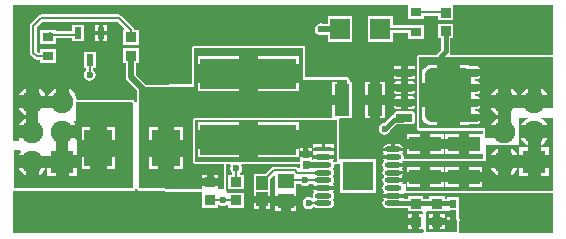
<source format=gtl>
G04*
G04 #@! TF.GenerationSoftware,Altium Limited,Altium Designer,19.1.6 (110)*
G04*
G04 Layer_Physical_Order=1*
G04 Layer_Color=255*
%FSLAX43Y43*%
%MOMM*%
G71*
G01*
G75*
%ADD14C,0.200*%
G04:AMPARAMS|DCode=35|XSize=4.52mm|YSize=3.85mm|CornerRadius=0.481mm|HoleSize=0mm|Usage=FLASHONLY|Rotation=90.000|XOffset=0mm|YOffset=0mm|HoleType=Round|Shape=RoundedRectangle|*
%AMROUNDEDRECTD35*
21,1,4.520,2.888,0,0,90.0*
21,1,3.558,3.850,0,0,90.0*
1,1,0.963,1.444,1.779*
1,1,0.963,1.444,-1.779*
1,1,0.963,-1.444,-1.779*
1,1,0.963,-1.444,1.779*
%
%ADD35ROUNDEDRECTD35*%
G04:AMPARAMS|DCode=36|XSize=0.71mm|YSize=1.372mm|CornerRadius=0.089mm|HoleSize=0mm|Usage=FLASHONLY|Rotation=90.000|XOffset=0mm|YOffset=0mm|HoleType=Round|Shape=RoundedRectangle|*
%AMROUNDEDRECTD36*
21,1,0.710,1.195,0,0,90.0*
21,1,0.532,1.372,0,0,90.0*
1,1,0.178,0.597,0.266*
1,1,0.178,0.597,-0.266*
1,1,0.178,-0.597,-0.266*
1,1,0.178,-0.597,0.266*
%
%ADD36ROUNDEDRECTD36*%
%ADD37R,1.372X0.710*%
%ADD38R,8.200X2.600*%
%ADD39R,1.700X1.800*%
%ADD40R,0.950X0.800*%
%ADD41R,0.900X0.850*%
%ADD42R,1.300X2.700*%
%ADD43R,0.600X1.000*%
%ADD44R,2.450X3.150*%
%ADD45R,0.620X0.660*%
%ADD46R,2.700X1.300*%
%ADD47R,1.400X0.450*%
%ADD48O,1.400X0.450*%
%ADD49R,2.660X2.460*%
%ADD50R,1.400X1.200*%
%ADD51R,1.000X1.150*%
%ADD52C,1.000*%
%ADD53C,0.500*%
%ADD54C,0.381*%
%ADD55C,1.900*%
%ADD56R,1.900X1.900*%
%ADD57C,0.600*%
G36*
X45945Y15444D02*
X45855Y15354D01*
X43400Y15354D01*
X37275D01*
X37233Y15403D01*
X37207Y15481D01*
X37218Y15498D01*
X37248Y15650D01*
Y16750D01*
X37500D01*
Y18000D01*
X36200D01*
Y16750D01*
X36452D01*
Y15815D01*
X35991Y15354D01*
X34600D01*
X34522Y15338D01*
X34456Y15294D01*
X34412Y15228D01*
X34396Y15150D01*
X34396Y9148D01*
X34412Y9070D01*
X34456Y9004D01*
X34522Y8960D01*
X34600Y8944D01*
X39996D01*
Y8748D01*
X39925Y8650D01*
X39869Y8650D01*
X38805D01*
Y7800D01*
Y6950D01*
X39919D01*
X39925Y6950D01*
X40046Y6936D01*
Y6554D01*
X33379D01*
X33299Y6652D01*
X33308Y6700D01*
X33275Y6866D01*
X33235Y6927D01*
X33190Y7025D01*
X33235Y7123D01*
X33275Y7184D01*
X33276Y7185D01*
X32400D01*
X31524D01*
X31525Y7184D01*
X31565Y7123D01*
X31610Y7025D01*
X31565Y6927D01*
X31525Y6866D01*
X31524Y6865D01*
X32400D01*
Y6535D01*
X31524D01*
X31525Y6534D01*
X31619Y6394D01*
Y6356D01*
X31525Y6216D01*
X31492Y6050D01*
X31525Y5884D01*
X31565Y5823D01*
X31610Y5725D01*
X31565Y5627D01*
X31525Y5566D01*
X31492Y5400D01*
X31525Y5234D01*
X31619Y5094D01*
Y5056D01*
X31525Y4916D01*
X31492Y4750D01*
X31525Y4584D01*
X31619Y4444D01*
Y4406D01*
X31525Y4266D01*
X31492Y4100D01*
X31525Y3934D01*
X31619Y3794D01*
Y3756D01*
X31525Y3616D01*
X31524Y3615D01*
X32400D01*
X33297D01*
X33333Y3653D01*
X33381Y3685D01*
X33450Y3671D01*
X45945D01*
Y255D01*
X38074D01*
X38016Y325D01*
X38016Y1265D01*
X38106Y1355D01*
X38146D01*
X38228Y1437D01*
X38094Y1414D01*
X38050Y1459D01*
X37985Y1524D01*
Y2235D01*
Y3295D01*
X36965D01*
Y3181D01*
X36750D01*
Y3400D01*
X35450D01*
Y3181D01*
X34950D01*
Y3400D01*
X33650D01*
Y3198D01*
X33359D01*
X33307Y3285D01*
X32400D01*
X31524D01*
X31525Y3284D01*
X31619Y3144D01*
Y3106D01*
X31525Y2966D01*
X31492Y2800D01*
X31525Y2634D01*
X31619Y2494D01*
X31759Y2400D01*
X31925Y2367D01*
X32875D01*
X33041Y2400D01*
X33044Y2402D01*
X33650D01*
Y2150D01*
X34859D01*
X34878Y2143D01*
X34947Y2084D01*
X34952Y1951D01*
X34844Y1850D01*
X34600D01*
Y1225D01*
X34300D01*
D01*
X34600D01*
Y600D01*
X34950D01*
X34971Y482D01*
X34971Y382D01*
X34873Y255D01*
X255D01*
Y3830D01*
X275Y3846D01*
X10400D01*
X10478Y3862D01*
X10544Y3906D01*
X10583Y3964D01*
X10654Y3973D01*
X10716Y3965D01*
X10733Y3940D01*
X10753Y3908D01*
X10755Y3907D01*
X10756Y3906D01*
X10788Y3885D01*
X10819Y3863D01*
X10821Y3863D01*
X10822Y3862D01*
X10859Y3854D01*
X10897Y3846D01*
X15372Y3771D01*
X15373Y3771D01*
X15375Y3771D01*
X15375Y3771D01*
X16175D01*
X16250Y3675D01*
X16250Y3644D01*
Y2425D01*
X17550D01*
Y2608D01*
X17558Y2616D01*
X17677Y2664D01*
X17805Y2579D01*
X18000Y2540D01*
X18195Y2579D01*
X18323Y2664D01*
X18442Y2616D01*
X18450Y2608D01*
Y2425D01*
X19750D01*
Y3675D01*
X18514D01*
X18450Y3675D01*
X18354Y3771D01*
X18354Y3771D01*
X18332Y3771D01*
X18330Y3775D01*
X18263Y3897D01*
X18279Y3975D01*
Y6121D01*
X18594D01*
X18662Y5994D01*
X18629Y5945D01*
X18590Y5750D01*
X18629Y5555D01*
X18740Y5390D01*
X18794Y5353D01*
Y5225D01*
X18450D01*
Y3975D01*
X19750D01*
Y5225D01*
X19406D01*
Y5353D01*
X19460Y5390D01*
X19571Y5555D01*
X19610Y5750D01*
X19571Y5945D01*
X19538Y5994D01*
X19606Y6121D01*
X24490D01*
Y5821D01*
X24363Y5769D01*
X24341Y5791D01*
X24241Y5858D01*
X24124Y5881D01*
X24124Y5881D01*
X22275D01*
X22275Y5881D01*
X22158Y5858D01*
X22059Y5791D01*
X22059Y5791D01*
X21567Y5300D01*
X20600D01*
Y3750D01*
Y3425D01*
X22000D01*
Y3750D01*
Y4867D01*
X22283Y5150D01*
X22400Y5101D01*
Y3902D01*
X22400Y3875D01*
Y3775D01*
X22400Y3748D01*
Y3405D01*
X24200D01*
Y3748D01*
X24200Y3775D01*
Y3875D01*
X24200Y3902D01*
Y4444D01*
X24541D01*
X24577Y4390D01*
X24742Y4279D01*
X24938Y4240D01*
X25133Y4279D01*
X25298Y4390D01*
X25334Y4444D01*
X25591D01*
X25659Y4317D01*
X25625Y4266D01*
X25625Y4265D01*
X26500D01*
X27376D01*
X27375Y4266D01*
X27281Y4406D01*
Y4444D01*
X27375Y4584D01*
X27408Y4750D01*
X27375Y4916D01*
X27281Y5056D01*
Y5094D01*
X27375Y5234D01*
X27408Y5400D01*
X27375Y5566D01*
X27281Y5706D01*
Y5744D01*
X27375Y5884D01*
X27408Y6050D01*
X27467Y6121D01*
X27650D01*
X27728Y6137D01*
X27794Y6181D01*
X27920Y6140D01*
Y3645D01*
X30980D01*
Y6505D01*
X27981D01*
X27920Y6505D01*
X27854Y6605D01*
Y9850D01*
X27849Y9873D01*
X27922Y9986D01*
X27943Y10000D01*
X28900D01*
Y13100D01*
X28704D01*
Y13275D01*
X28688Y13353D01*
X28644Y13419D01*
X28578Y13463D01*
X28500Y13479D01*
X24954Y13479D01*
Y15950D01*
X24938Y16028D01*
X24894Y16094D01*
X24828Y16138D01*
X24750Y16154D01*
X16075D01*
X15575Y16154D01*
X15497Y16138D01*
X15431Y16094D01*
X15387Y16028D01*
X15371Y15950D01*
Y12875D01*
X11513Y12836D01*
X10659Y13690D01*
Y14680D01*
X10850D01*
Y15930D01*
X9550D01*
Y14680D01*
X9741D01*
Y13500D01*
X9776Y13324D01*
X9876Y13176D01*
X10696Y12355D01*
Y11404D01*
X10576Y11362D01*
X10568Y11382D01*
X10493Y11491D01*
X10480Y11504D01*
X10469Y11519D01*
X10451Y11531D01*
X10436Y11546D01*
X10419Y11553D01*
X10403Y11563D01*
X10382Y11568D01*
X10362Y11576D01*
X10343Y11575D01*
X10325Y11579D01*
X5608D01*
X5588Y11731D01*
X5462Y12035D01*
X5262Y12296D01*
X5000Y12497D01*
X4920Y12530D01*
Y11405D01*
X3820D01*
Y12530D01*
X3740Y12497D01*
X3479Y12296D01*
X3278Y12035D01*
X3165Y11763D01*
X3165Y11763D01*
X3035D01*
X3035Y11763D01*
X2922Y12035D01*
X2722Y12296D01*
X2460Y12497D01*
X2380Y12530D01*
Y11405D01*
X1830D01*
Y10855D01*
X705D01*
X738Y10775D01*
X939Y10513D01*
X1200Y10313D01*
X1472Y10200D01*
X1472Y10200D01*
Y10070D01*
X1472Y10070D01*
X1200Y9957D01*
X939Y9756D01*
X738Y9495D01*
X705Y9415D01*
X1830D01*
Y8315D01*
X705D01*
X727Y8262D01*
X686Y8121D01*
X604Y8100D01*
X410D01*
X410Y8100D01*
Y8100D01*
X255D01*
X255Y8202D01*
Y19545D01*
X33625D01*
Y18375D01*
X34975D01*
Y18669D01*
X36200D01*
Y18300D01*
X37500D01*
Y19545D01*
X45945D01*
Y15444D01*
D02*
G37*
G36*
Y15150D02*
Y10855D01*
X45465D01*
X45677Y10629D01*
X45465Y10855D01*
X45465Y10855D01*
X43070D01*
X42925Y10855D01*
X42925Y10855D01*
X42350D01*
Y10280D01*
Y9990D01*
X42350Y9990D01*
Y9990D01*
Y8865D01*
X41800D01*
Y8315D01*
X40675D01*
X40660Y8300D01*
X40200D01*
X40200Y8300D01*
Y9148D01*
X34600D01*
X34600Y15150D01*
X43400D01*
X45945Y15150D01*
D02*
G37*
G36*
Y3875D02*
X33450D01*
Y4400D01*
X33186D01*
X33181Y4406D01*
X33154Y4425D01*
X33181Y4444D01*
X33275Y4584D01*
X33276Y4585D01*
X32400D01*
Y4915D01*
X33276D01*
X33275Y4916D01*
X33181Y5056D01*
X33154Y5075D01*
X33181Y5094D01*
X33275Y5234D01*
X33276Y5235D01*
X32400D01*
Y5565D01*
X33276D01*
X33275Y5566D01*
X33181Y5706D01*
X33154Y5725D01*
X33181Y5744D01*
X33275Y5884D01*
X33276Y5885D01*
X32400D01*
Y6215D01*
X33276D01*
X33275Y6216D01*
X33186Y6350D01*
X40250D01*
Y7500D01*
Y7550D01*
Y7700D01*
X43075D01*
Y9950D01*
X43050Y9975D01*
X43075Y10000D01*
X43814D01*
X43710Y9957D01*
X43448Y9757D01*
X43248Y9495D01*
X43215Y9415D01*
X45465D01*
X45432Y9495D01*
X45232Y9757D01*
X44970Y9957D01*
X44866Y10000D01*
X45945D01*
Y3875D01*
D02*
G37*
G36*
X27650Y6325D02*
X27302D01*
X27281Y6356D01*
X27254Y6375D01*
X27281Y6394D01*
X27375Y6534D01*
X27376Y6535D01*
X25625D01*
X25625Y6534D01*
X25674Y6461D01*
X25590D01*
X25571Y6462D01*
X25528Y6468D01*
X25510Y6471D01*
Y6725D01*
X24490D01*
Y6425D01*
Y6325D01*
X15650D01*
Y9850D01*
X27650D01*
Y6325D01*
D02*
G37*
G36*
X25311Y6374D02*
X25322Y6348D01*
X25341Y6326D01*
X25368Y6307D01*
X25402Y6290D01*
X25444Y6277D01*
X25494Y6266D01*
X25551Y6259D01*
X25616Y6254D01*
X25628Y6254D01*
X25938Y6259D01*
Y5841D01*
X25926Y5847D01*
X25906Y5852D01*
X25880Y5857D01*
X25848Y5861D01*
X25709Y5869D01*
X25613Y5871D01*
X25494Y5861D01*
X25444Y5852D01*
X25402Y5841D01*
X25368Y5827D01*
X25341Y5811D01*
X25322Y5793D01*
X25311Y5772D01*
X25307Y5748D01*
Y6402D01*
X25311Y6374D01*
D02*
G37*
G36*
X10400Y11266D02*
Y4050D01*
X275D01*
X275Y7300D01*
X826Y7300D01*
X895Y7160D01*
X738Y6955D01*
X705Y6875D01*
X1830D01*
Y6325D01*
X2380D01*
Y5200D01*
X2460Y5233D01*
X2722Y5433D01*
X2922Y5695D01*
X2980Y5835D01*
X3120Y5807D01*
Y5075D01*
X3820D01*
Y6325D01*
X4370D01*
Y6875D01*
X5620D01*
Y7575D01*
Y8190D01*
X5495Y8315D01*
X4370D01*
Y9415D01*
X5495D01*
X5462Y9495D01*
X5336Y9660D01*
X5405Y9800D01*
X5525D01*
X5525Y11367D01*
X5526Y11375D01*
X10325D01*
X10400Y11266D01*
D02*
G37*
G36*
X24750Y13275D02*
X24475D01*
X28500Y13275D01*
Y13100D01*
X28480D01*
Y11550D01*
X28050D01*
Y11120D01*
X27200D01*
Y10054D01*
X15650D01*
X15572Y10038D01*
X15506Y9994D01*
X15462Y9928D01*
X15456Y9900D01*
X15450D01*
Y9870D01*
X15446Y9850D01*
Y6325D01*
X15450Y6305D01*
D01*
X15462Y6247D01*
X15506Y6181D01*
X15572Y6137D01*
X15650Y6121D01*
X18075D01*
Y3975D01*
X17550D01*
Y4300D01*
X16900D01*
X16250D01*
Y3975D01*
X15375D01*
X10900Y4050D01*
X10900Y12625D01*
X15575Y12673D01*
Y15950D01*
X16075Y15950D01*
X24750D01*
Y13275D01*
D02*
G37*
G36*
X35450Y2152D02*
Y2150D01*
X35824D01*
X36965Y2144D01*
Y2115D01*
X37475D01*
Y1885D01*
X37705D01*
Y1355D01*
X37812D01*
X37812Y325D01*
X35175Y325D01*
X35175Y2064D01*
X35265Y2153D01*
X35450Y2152D01*
D02*
G37*
%LPC*%
G36*
X9175Y18781D02*
X9175Y18781D01*
X2575D01*
X2575Y18781D01*
X2458Y18758D01*
X2359Y18691D01*
X2359Y18691D01*
X1709Y18041D01*
X1642Y17942D01*
X1619Y17825D01*
X1619Y17825D01*
Y15550D01*
X1619Y15550D01*
X1642Y15433D01*
X1709Y15334D01*
X2004Y15039D01*
X2103Y14972D01*
X2220Y14949D01*
X2220Y14949D01*
X2525D01*
Y14655D01*
X3875D01*
Y15855D01*
X2525D01*
Y15561D01*
X2347D01*
X2231Y15677D01*
Y17698D01*
X2702Y18169D01*
X9048D01*
X9620Y17597D01*
X9571Y17480D01*
X9550D01*
Y16230D01*
X10850D01*
Y17480D01*
X10500D01*
X10483Y17567D01*
X10416Y17666D01*
X9391Y18691D01*
X9292Y18758D01*
X9175Y18781D01*
D02*
G37*
G36*
X28950Y18650D02*
X26850D01*
Y17984D01*
X26488D01*
X26470Y17996D01*
X26275Y18035D01*
X26080Y17996D01*
X25915Y17885D01*
X25804Y17720D01*
X25765Y17525D01*
X25804Y17330D01*
X25915Y17165D01*
X26080Y17054D01*
X26275Y17015D01*
X26470Y17054D01*
X26488Y17066D01*
X26850D01*
Y16450D01*
X28950D01*
Y18650D01*
D02*
G37*
G36*
X8150Y17925D02*
X7815D01*
Y17390D01*
X8150D01*
Y17925D01*
D02*
G37*
G36*
X7485D02*
X7150D01*
Y17390D01*
X7485D01*
Y17925D01*
D02*
G37*
G36*
X6250D02*
X5250D01*
Y17361D01*
X3875D01*
Y17505D01*
X3394D01*
X3350Y17514D01*
X3306Y17505D01*
X2525D01*
Y16305D01*
X3875D01*
Y16749D01*
X5250D01*
Y16525D01*
X6250D01*
Y17925D01*
D02*
G37*
G36*
X32350Y18650D02*
X30250D01*
Y16450D01*
X32350D01*
Y17244D01*
X33625D01*
Y16725D01*
X34975D01*
Y17925D01*
X33625D01*
Y17856D01*
X32350D01*
Y18650D01*
D02*
G37*
G36*
X8150Y17060D02*
X7815D01*
Y16525D01*
X8150D01*
Y17060D01*
D02*
G37*
G36*
X7485D02*
X7150D01*
Y16525D01*
X7485D01*
Y17060D01*
D02*
G37*
G36*
X34236Y14415D02*
X33615D01*
Y14125D01*
X34236D01*
Y14415D01*
D02*
G37*
G36*
X33085D02*
X32464D01*
Y14125D01*
X33085D01*
Y14415D01*
D02*
G37*
G36*
X34236Y13595D02*
X33615D01*
Y13305D01*
X34236D01*
Y13595D01*
D02*
G37*
G36*
X33085D02*
X32464D01*
Y13305D01*
X33085D01*
Y13595D01*
D02*
G37*
G36*
X7200Y15635D02*
X6200D01*
Y14235D01*
X6394D01*
Y14072D01*
X6340Y14035D01*
X6229Y13870D01*
X6190Y13675D01*
X6229Y13480D01*
X6340Y13315D01*
X6505Y13204D01*
X6700Y13165D01*
X6895Y13204D01*
X7060Y13315D01*
X7171Y13480D01*
X7210Y13675D01*
X7171Y13870D01*
X7060Y14035D01*
X7006Y14072D01*
Y14235D01*
X7200D01*
Y15635D01*
D02*
G37*
G36*
X33947Y13151D02*
X33615D01*
Y12855D01*
X34242D01*
Y12856D01*
X34219Y12969D01*
X34155Y13064D01*
X34060Y13128D01*
X33947Y13151D01*
D02*
G37*
G36*
X33085D02*
X32753D01*
X32640Y13128D01*
X32545Y13064D01*
X32481Y12969D01*
X32458Y12856D01*
Y12855D01*
X33085D01*
Y13151D01*
D02*
G37*
G36*
X34242Y12325D02*
X33615D01*
Y12029D01*
X33947D01*
X34060Y12052D01*
X34155Y12116D01*
X34219Y12211D01*
X34242Y12324D01*
Y12325D01*
D02*
G37*
G36*
X33085D02*
X32458D01*
Y12324D01*
X32481Y12211D01*
X32545Y12116D01*
X32640Y12052D01*
X32753Y12029D01*
X33085D01*
Y12325D01*
D02*
G37*
G36*
X31700Y13100D02*
X31280D01*
Y11980D01*
X31700D01*
Y13100D01*
D02*
G37*
G36*
X30420D02*
X30000D01*
Y11980D01*
X30420D01*
Y13100D01*
D02*
G37*
G36*
X1280Y12530D02*
X1200Y12497D01*
X939Y12296D01*
X738Y12035D01*
X705Y11955D01*
X1280D01*
Y12530D01*
D02*
G37*
G36*
X33947Y11881D02*
X33615D01*
Y11585D01*
X34242D01*
Y11586D01*
X34219Y11699D01*
X34155Y11794D01*
X34060Y11858D01*
X33947Y11881D01*
D02*
G37*
G36*
X33085D02*
X32753D01*
X32640Y11858D01*
X32545Y11794D01*
X32481Y11699D01*
X32458Y11586D01*
Y11585D01*
X33085D01*
Y11881D01*
D02*
G37*
G36*
X34242Y11055D02*
X33615D01*
Y10759D01*
X33947D01*
X34060Y10782D01*
X34155Y10846D01*
X34219Y10941D01*
X34242Y11054D01*
Y11055D01*
D02*
G37*
G36*
X33085D02*
X32458D01*
Y11054D01*
X32481Y10941D01*
X32545Y10846D01*
X32640Y10782D01*
X32753Y10759D01*
X33085D01*
Y11055D01*
D02*
G37*
G36*
X31700Y11120D02*
X31280D01*
Y10000D01*
X31700D01*
Y11120D01*
D02*
G37*
G36*
X30420D02*
X30000D01*
Y10000D01*
X30420D01*
Y11120D01*
D02*
G37*
G36*
X33947Y10611D02*
X32753D01*
X32640Y10588D01*
X32545Y10524D01*
X32481Y10429D01*
X32458Y10316D01*
Y10283D01*
X32308Y10253D01*
X32179Y10167D01*
X31608Y9597D01*
X31480Y9571D01*
X31315Y9460D01*
X31204Y9295D01*
X31165Y9100D01*
X31204Y8905D01*
X31315Y8740D01*
X31480Y8629D01*
X31675Y8590D01*
X31870Y8629D01*
X32035Y8740D01*
X32146Y8905D01*
X32172Y9033D01*
X32625Y9487D01*
X33186D01*
X33196Y9489D01*
X33947D01*
X34060Y9512D01*
X34155Y9576D01*
X34219Y9671D01*
X34242Y9784D01*
Y10316D01*
X34219Y10429D01*
X34155Y10524D01*
X34060Y10588D01*
X33947Y10611D01*
D02*
G37*
G36*
X36675Y8650D02*
X35555D01*
Y8230D01*
X36675D01*
Y8650D01*
D02*
G37*
G36*
X34695D02*
X33575D01*
Y8230D01*
X34695D01*
Y8650D01*
D02*
G37*
G36*
X37945D02*
X36825D01*
Y8230D01*
X37945D01*
Y8650D01*
D02*
G37*
G36*
X32875Y7783D02*
X32565D01*
Y7515D01*
X33276D01*
X33275Y7516D01*
X33181Y7656D01*
X33041Y7750D01*
X32875Y7783D01*
D02*
G37*
G36*
X32235D02*
X31925D01*
X31759Y7750D01*
X31619Y7656D01*
X31525Y7516D01*
X31524Y7515D01*
X32235D01*
Y7783D01*
D02*
G37*
G36*
X36675Y7370D02*
X35555D01*
Y6950D01*
X36675D01*
Y7370D01*
D02*
G37*
G36*
X34695D02*
X33575D01*
Y6950D01*
X34695D01*
Y7370D01*
D02*
G37*
G36*
X37945D02*
X36825D01*
Y6950D01*
X37945D01*
Y7370D01*
D02*
G37*
G36*
X27376Y3935D02*
X26500D01*
X25625D01*
X25625Y3934D01*
X25719Y3794D01*
Y3756D01*
X25625Y3616D01*
X25592Y3450D01*
X25614Y3336D01*
X25500Y3259D01*
X25445Y3296D01*
X25250Y3335D01*
X25055Y3296D01*
X24890Y3185D01*
X24779Y3020D01*
X24740Y2825D01*
X24779Y2630D01*
X24890Y2465D01*
X25055Y2354D01*
X25250Y2315D01*
X25445Y2354D01*
X25610Y2465D01*
X25751Y2472D01*
X25859Y2400D01*
X26025Y2367D01*
X26975D01*
X27141Y2400D01*
X27281Y2494D01*
X27375Y2634D01*
X27408Y2800D01*
X27375Y2966D01*
X27281Y3106D01*
Y3144D01*
X27375Y3284D01*
X27408Y3450D01*
X27375Y3616D01*
X27281Y3756D01*
Y3794D01*
X27375Y3934D01*
X27376Y3935D01*
D02*
G37*
G36*
X22000Y2825D02*
X21600D01*
Y2350D01*
X22000D01*
Y2825D01*
D02*
G37*
G36*
X21000D02*
X20600D01*
Y2350D01*
X21000D01*
Y2825D01*
D02*
G37*
G36*
X24200Y2545D02*
X23730D01*
Y2175D01*
X24200D01*
Y2545D01*
D02*
G37*
G36*
X22870D02*
X22400D01*
Y2175D01*
X22870D01*
Y2545D01*
D02*
G37*
G36*
X34000Y1850D02*
X33650D01*
Y1525D01*
X34000D01*
Y1850D01*
D02*
G37*
G36*
Y925D02*
X33650D01*
Y600D01*
X34000D01*
Y925D01*
D02*
G37*
G36*
X36070Y14522D02*
X35626D01*
X35422Y14495D01*
X35232Y14416D01*
X35069Y14291D01*
X34944Y14128D01*
X34865Y13938D01*
X34838Y13734D01*
Y12955D01*
X36070D01*
Y14522D01*
D02*
G37*
G36*
X44890Y12530D02*
Y11955D01*
X45465D01*
X45432Y12035D01*
X45232Y12297D01*
X44970Y12497D01*
X44890Y12530D01*
D02*
G37*
G36*
X42350D02*
Y11955D01*
X42925D01*
X42892Y12035D01*
X42692Y12297D01*
X42430Y12497D01*
X42350Y12530D01*
D02*
G37*
G36*
X43790D02*
X43710Y12497D01*
X43448Y12297D01*
X43248Y12035D01*
X43215Y11955D01*
X43790D01*
Y12530D01*
D02*
G37*
G36*
X41250D02*
X41170Y12497D01*
X40908Y12297D01*
X40708Y12035D01*
X40675Y11955D01*
X41250D01*
Y12530D01*
D02*
G37*
G36*
Y10855D02*
X40675D01*
X40708Y10775D01*
X40908Y10513D01*
X41170Y10313D01*
X41250Y10280D01*
Y10855D01*
D02*
G37*
G36*
X41250Y9990D02*
X41170Y9957D01*
X40908Y9757D01*
X40708Y9495D01*
X40675Y9415D01*
X41250D01*
Y9990D01*
D02*
G37*
G36*
X38514Y14522D02*
X38070D01*
Y11955D01*
Y9388D01*
X38514D01*
X38718Y9415D01*
X38897Y9489D01*
X39487D01*
X39600Y9512D01*
X39695Y9576D01*
X39759Y9671D01*
X39782Y9784D01*
Y9785D01*
X38890D01*
Y10315D01*
X39782D01*
Y10316D01*
X39759Y10429D01*
X39695Y10524D01*
X39600Y10588D01*
X39487Y10611D01*
X39302D01*
Y10759D01*
X39487D01*
X39600Y10782D01*
X39695Y10846D01*
X39759Y10941D01*
X39782Y11054D01*
Y11055D01*
X38890D01*
Y11585D01*
X39782D01*
Y11586D01*
X39759Y11699D01*
X39695Y11794D01*
X39600Y11858D01*
X39487Y11881D01*
X39302D01*
Y12029D01*
X39487D01*
X39600Y12052D01*
X39695Y12116D01*
X39759Y12211D01*
X39782Y12324D01*
Y12325D01*
X38890D01*
Y12855D01*
X39782D01*
Y12856D01*
X39759Y12969D01*
X39695Y13064D01*
X39600Y13128D01*
X39487Y13151D01*
X39302D01*
Y13299D01*
X39487D01*
X39600Y13322D01*
X39695Y13386D01*
X39759Y13481D01*
X39782Y13594D01*
Y13595D01*
X38890D01*
Y14125D01*
X39782D01*
Y14126D01*
X39759Y14239D01*
X39695Y14334D01*
X39600Y14398D01*
X39487Y14421D01*
X38897D01*
X38718Y14495D01*
X38514Y14522D01*
D02*
G37*
G36*
X36070Y10955D02*
X34838D01*
Y10176D01*
X34865Y9972D01*
X34944Y9782D01*
X35069Y9619D01*
X35232Y9494D01*
X35422Y9415D01*
X35626Y9388D01*
X36070D01*
Y10955D01*
D02*
G37*
G36*
X45465Y8315D02*
X44890D01*
Y7740D01*
X44970Y7773D01*
X45232Y7973D01*
X45432Y8235D01*
X45465Y8315D01*
D02*
G37*
G36*
X43790D02*
X43215D01*
X43248Y8235D01*
X43448Y7973D01*
X43710Y7773D01*
X43790Y7740D01*
Y8315D01*
D02*
G37*
G36*
X42350Y7450D02*
Y6875D01*
X42925D01*
X42892Y6955D01*
X42692Y7217D01*
X42430Y7417D01*
X42350Y7450D01*
D02*
G37*
G36*
X45590Y7575D02*
X44890D01*
Y6875D01*
X45590D01*
Y7575D01*
D02*
G37*
G36*
X41250Y7450D02*
X41170Y7417D01*
X40908Y7217D01*
X40708Y6955D01*
X40675Y6875D01*
X41250D01*
Y7450D01*
D02*
G37*
G36*
X43790Y7575D02*
X43090D01*
Y6875D01*
X43790D01*
Y7575D01*
D02*
G37*
G36*
X39925Y5850D02*
X38805D01*
Y5430D01*
X39925D01*
Y5850D01*
D02*
G37*
G36*
X36675D02*
X35555D01*
Y5430D01*
X36675D01*
Y5850D01*
D02*
G37*
G36*
X34695D02*
X33575D01*
Y5430D01*
X34695D01*
Y5850D01*
D02*
G37*
G36*
X37945D02*
X36825D01*
Y5430D01*
X37945D01*
Y5850D01*
D02*
G37*
G36*
X42925Y5775D02*
X42350D01*
Y5200D01*
X42430Y5233D01*
X42692Y5433D01*
X42892Y5695D01*
X42925Y5775D01*
D02*
G37*
G36*
X41250D02*
X40675D01*
X40708Y5695D01*
X40908Y5433D01*
X41170Y5233D01*
X41250Y5200D01*
Y5775D01*
D02*
G37*
G36*
X45590D02*
X44890D01*
Y5075D01*
X45590D01*
Y5775D01*
D02*
G37*
G36*
X43790D02*
X43090D01*
Y5075D01*
X43790D01*
Y5775D01*
D02*
G37*
G36*
X39925Y4570D02*
X38805D01*
Y4150D01*
X39925D01*
Y4570D01*
D02*
G37*
G36*
X37945D02*
X36825D01*
Y4150D01*
X37945D01*
Y4570D01*
D02*
G37*
G36*
X36675D02*
X35555D01*
Y4150D01*
X36675D01*
Y4570D01*
D02*
G37*
G36*
X34695D02*
X33575D01*
Y4150D01*
X34695D01*
Y4570D01*
D02*
G37*
G36*
X24450Y9675D02*
X20950D01*
Y8975D01*
X24450D01*
Y9675D01*
D02*
G37*
G36*
X19350D02*
X15850D01*
Y8975D01*
X19350D01*
Y9675D01*
D02*
G37*
G36*
X27400Y7775D02*
X26665D01*
Y7515D01*
X27400D01*
Y7775D01*
D02*
G37*
G36*
X26335D02*
X25600D01*
Y7515D01*
X26335D01*
Y7775D01*
D02*
G37*
G36*
X25510Y7485D02*
X25230D01*
Y7185D01*
X25510D01*
Y7485D01*
D02*
G37*
G36*
X24770D02*
X24490D01*
Y7185D01*
X24770D01*
Y7485D01*
D02*
G37*
G36*
X27400Y7185D02*
X26500D01*
X25600D01*
Y6925D01*
X25664D01*
X25625Y6866D01*
X25625Y6865D01*
X26500D01*
X27376D01*
X27375Y6866D01*
X27336Y6925D01*
X27400D01*
Y7185D01*
D02*
G37*
G36*
X24450Y7375D02*
X20950D01*
Y6675D01*
X24450D01*
Y7375D01*
D02*
G37*
G36*
X19350D02*
X15850D01*
Y6675D01*
X19350D01*
Y7375D01*
D02*
G37*
G36*
X8875Y9225D02*
X8150D01*
Y8150D01*
X8875D01*
Y9225D01*
D02*
G37*
G36*
X6750D02*
X6025D01*
Y8150D01*
X6750D01*
Y9225D01*
D02*
G37*
G36*
X8875Y6750D02*
X8150D01*
Y5675D01*
X8875D01*
Y6750D01*
D02*
G37*
G36*
X6750D02*
X6025D01*
Y5675D01*
X6750D01*
Y6750D01*
D02*
G37*
G36*
X1280Y5775D02*
X705D01*
X738Y5695D01*
X939Y5433D01*
X1200Y5233D01*
X1280Y5200D01*
Y5775D01*
D02*
G37*
G36*
X5620D02*
X4920D01*
Y5075D01*
X5620D01*
Y5775D01*
D02*
G37*
G36*
X24450Y15275D02*
X20950D01*
Y14575D01*
X24450D01*
Y15275D01*
D02*
G37*
G36*
X19350D02*
X15850D01*
Y14575D01*
X19350D01*
Y15275D01*
D02*
G37*
G36*
X24450Y12975D02*
X20950D01*
Y12275D01*
X24450D01*
Y12975D01*
D02*
G37*
G36*
X19350D02*
X15850D01*
Y12275D01*
X19350D01*
Y12975D01*
D02*
G37*
G36*
X27620Y13100D02*
X27200D01*
Y11980D01*
X27620D01*
Y13100D01*
D02*
G37*
G36*
X14575Y9225D02*
X13850D01*
Y8150D01*
X14575D01*
Y9225D01*
D02*
G37*
G36*
X12450D02*
X11725D01*
Y8150D01*
X12450D01*
Y9225D01*
D02*
G37*
G36*
X14575Y6750D02*
X13850D01*
Y5675D01*
X14575D01*
Y6750D01*
D02*
G37*
G36*
X12450D02*
X11725D01*
Y5675D01*
X12450D01*
Y6750D01*
D02*
G37*
G36*
X17550Y5225D02*
X17200D01*
Y4900D01*
X17550D01*
Y5225D01*
D02*
G37*
G36*
X16600D02*
X16250D01*
Y4900D01*
X16600D01*
Y5225D01*
D02*
G37*
G36*
X36750Y1850D02*
X36400D01*
Y1525D01*
X36750D01*
Y1850D01*
D02*
G37*
G36*
X35800D02*
X35450D01*
Y1525D01*
X35800D01*
Y1850D01*
D02*
G37*
G36*
X37245Y1655D02*
X36965D01*
Y1355D01*
X37245D01*
Y1655D01*
D02*
G37*
G36*
X36750Y925D02*
X36400D01*
Y600D01*
X36750D01*
Y925D01*
D02*
G37*
G36*
X35800D02*
X35450D01*
Y600D01*
X35800D01*
Y925D01*
D02*
G37*
%LPD*%
D14*
X24938Y4750D02*
X26500D01*
X23375D02*
X24938D01*
X16900Y3050D02*
X18000D01*
X19100D01*
X34075Y17550D02*
X34300Y17325D01*
X31300Y17550D02*
X34075D01*
X36800Y18975D02*
X36850Y18925D01*
X34300Y18975D02*
X36800D01*
X1925Y15550D02*
X2220Y15255D01*
X1925Y15550D02*
Y17825D01*
X2220Y15255D02*
X3200D01*
X1925Y17825D02*
X2575Y18475D01*
X9175D02*
X10200Y17450D01*
X2575Y18475D02*
X9175D01*
X10200Y16855D02*
Y17450D01*
X6700Y13675D02*
Y14935D01*
X3350Y17055D02*
X5700D01*
X19100Y4600D02*
Y5750D01*
X25250Y2825D02*
X25263Y2812D01*
X26487D01*
X26500Y2800D01*
X23300Y4675D02*
X23375Y4750D01*
X26404Y5400D02*
X26452Y5352D01*
X24299Y5400D02*
X26404D01*
X24124Y5575D02*
X24299Y5400D01*
X22275Y5575D02*
X24124D01*
X21300Y4600D02*
X22275Y5575D01*
X21300Y4525D02*
Y4600D01*
X26452Y5352D02*
X26500Y5400D01*
D35*
X37070Y11955D02*
D03*
D36*
X38890Y10050D02*
D03*
Y11320D02*
D03*
Y12590D02*
D03*
Y13860D02*
D03*
X33350Y10050D02*
D03*
Y11320D02*
D03*
Y12590D02*
D03*
D37*
Y13860D02*
D03*
D38*
X20150Y13775D02*
D03*
Y8175D02*
D03*
D39*
X27900Y17550D02*
D03*
X31300D02*
D03*
D40*
X34300Y18975D02*
D03*
Y17325D02*
D03*
X3200Y15255D02*
D03*
Y16905D02*
D03*
D41*
X36850Y18925D02*
D03*
Y17375D02*
D03*
X19100Y4600D02*
D03*
Y3050D02*
D03*
X16900Y4600D02*
D03*
Y3050D02*
D03*
X10200Y15305D02*
D03*
Y16855D02*
D03*
X36100Y1225D02*
D03*
Y2775D02*
D03*
X34300D02*
D03*
Y1225D02*
D03*
D42*
X28050Y11550D02*
D03*
X30850D02*
D03*
D43*
X6700Y14935D02*
D03*
X5750Y17225D02*
D03*
X7650D02*
D03*
D44*
X13150Y7450D02*
D03*
X7450D02*
D03*
D45*
X37475Y2765D02*
D03*
Y1885D02*
D03*
X25000Y6955D02*
D03*
Y6075D02*
D03*
D46*
X38375Y7800D02*
D03*
Y5000D02*
D03*
X35125Y7800D02*
D03*
Y5000D02*
D03*
D47*
X26500Y7350D02*
D03*
D48*
Y6700D02*
D03*
Y6050D02*
D03*
Y5400D02*
D03*
Y4750D02*
D03*
Y4100D02*
D03*
Y3450D02*
D03*
Y2800D02*
D03*
X32400Y7350D02*
D03*
Y6700D02*
D03*
Y6050D02*
D03*
Y5400D02*
D03*
Y4750D02*
D03*
Y4100D02*
D03*
Y3450D02*
D03*
Y2800D02*
D03*
D49*
X29450Y5075D02*
D03*
D50*
X23300Y4675D02*
D03*
Y2975D02*
D03*
D51*
X21300Y3125D02*
D03*
Y4525D02*
D03*
D52*
X1830Y11405D02*
X4370D01*
X1830Y8865D02*
Y11405D01*
X4370Y6325D02*
Y8865D01*
X1830Y6325D02*
X4370D01*
D53*
X26275Y17525D02*
X27875D01*
X27900Y17550D01*
X10200Y13500D02*
X11500Y12200D01*
X10200Y13500D02*
Y15305D01*
X5750Y17105D02*
Y17225D01*
X5700Y17055D02*
X5750Y17105D01*
X3200Y16905D02*
X3350Y17055D01*
D54*
X31675Y9100D02*
X32460Y9885D01*
X33186D01*
X33350Y10050D01*
X36000Y14800D02*
X36850Y15650D01*
Y17375D01*
X34292Y2783D02*
X37458D01*
X32375Y2800D02*
X34275D01*
X37458Y2783D02*
X37475Y2765D01*
X34275Y2800D02*
X34292Y2783D01*
X26461Y6062D02*
X26487Y6037D01*
X25013Y6062D02*
X26461D01*
X25000Y6075D02*
X25013Y6062D01*
X26487Y6037D02*
X26500Y6050D01*
D55*
X41800Y11405D02*
D03*
Y8865D02*
D03*
Y6325D02*
D03*
X44340Y8865D02*
D03*
Y11405D02*
D03*
X1830Y11405D02*
D03*
Y8865D02*
D03*
Y6325D02*
D03*
X4370Y8865D02*
D03*
Y11405D02*
D03*
D56*
X44340Y6325D02*
D03*
X4370Y6325D02*
D03*
D57*
X26300Y15900D02*
D03*
X27500Y14000D02*
D03*
X31500D02*
D03*
X30300Y15900D02*
D03*
Y7200D02*
D03*
X29100Y9100D02*
D03*
X5100Y13800D02*
D03*
X1100D02*
D03*
X13100Y18900D02*
D03*
X17100D02*
D03*
X21100D02*
D03*
X25100D02*
D03*
X23900Y17000D02*
D03*
X19900D02*
D03*
X15900D02*
D03*
X11900D02*
D03*
X39150Y17250D02*
D03*
X40350Y19150D02*
D03*
X43150Y17250D02*
D03*
X44350Y19150D02*
D03*
X44200Y900D02*
D03*
X43000Y2800D02*
D03*
X40200Y900D02*
D03*
X39000Y2800D02*
D03*
X29000D02*
D03*
X30200Y900D02*
D03*
X26200D02*
D03*
X1000Y2800D02*
D03*
X5000D02*
D03*
X9000D02*
D03*
X13000D02*
D03*
X18200Y900D02*
D03*
X14200D02*
D03*
X10200D02*
D03*
X6200D02*
D03*
X2200D02*
D03*
X22200D02*
D03*
X18000Y3050D02*
D03*
X15600Y4800D02*
D03*
X24938Y4750D02*
D03*
X35125Y5000D02*
D03*
X26275Y17525D02*
D03*
X31675Y9100D02*
D03*
X6700Y13675D02*
D03*
X36675Y1175D02*
D03*
X23325Y11275D02*
D03*
X19100Y5750D02*
D03*
X25250Y2825D02*
D03*
M02*

</source>
